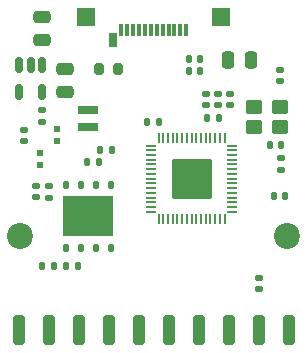
<source format=gts>
G04 #@! TF.GenerationSoftware,KiCad,Pcbnew,9.0.4*
G04 #@! TF.CreationDate,2025-08-29T17:47:37+02:00*
G04 #@! TF.ProjectId,rp2350_gpio_card,72703233-3530-45f6-9770-696f5f636172,X1*
G04 #@! TF.SameCoordinates,Original*
G04 #@! TF.FileFunction,Soldermask,Top*
G04 #@! TF.FilePolarity,Negative*
%FSLAX46Y46*%
G04 Gerber Fmt 4.6, Leading zero omitted, Abs format (unit mm)*
G04 Created by KiCad (PCBNEW 9.0.4) date 2025-08-29 17:47:37*
%MOMM*%
%LPD*%
G01*
G04 APERTURE LIST*
G04 Aperture macros list*
%AMRoundRect*
0 Rectangle with rounded corners*
0 $1 Rounding radius*
0 $2 $3 $4 $5 $6 $7 $8 $9 X,Y pos of 4 corners*
0 Add a 4 corners polygon primitive as box body*
4,1,4,$2,$3,$4,$5,$6,$7,$8,$9,$2,$3,0*
0 Add four circle primitives for the rounded corners*
1,1,$1+$1,$2,$3*
1,1,$1+$1,$4,$5*
1,1,$1+$1,$6,$7*
1,1,$1+$1,$8,$9*
0 Add four rect primitives between the rounded corners*
20,1,$1+$1,$2,$3,$4,$5,0*
20,1,$1+$1,$4,$5,$6,$7,0*
20,1,$1+$1,$6,$7,$8,$9,0*
20,1,$1+$1,$8,$9,$2,$3,0*%
%AMFreePoly0*
4,1,18,-0.437500,0.050000,-0.433694,0.069134,-0.422855,0.085355,-0.406634,0.096194,-0.387500,0.100000,0.387500,0.100000,0.437500,0.050000,0.437500,-0.050000,0.433694,-0.069134,0.422855,-0.085355,0.406634,-0.096194,0.387500,-0.100000,-0.387500,-0.100000,-0.406634,-0.096194,-0.422855,-0.085355,-0.433694,-0.069134,-0.437500,-0.050000,-0.437500,0.050000,-0.437500,0.050000,$1*%
%AMFreePoly1*
4,1,18,-0.437500,0.050000,-0.433694,0.069134,-0.422855,0.085355,-0.406634,0.096194,-0.387500,0.100000,0.387500,0.100000,0.406634,0.096194,0.422855,0.085355,0.433694,0.069134,0.437500,0.050000,0.437500,-0.050000,0.387500,-0.100000,-0.387500,-0.100000,-0.406634,-0.096194,-0.422855,-0.085355,-0.433694,-0.069134,-0.437500,-0.050000,-0.437500,0.050000,-0.437500,0.050000,$1*%
%AMFreePoly2*
4,1,18,-0.100000,0.387500,-0.050000,0.437500,0.050000,0.437500,0.069134,0.433694,0.085355,0.422855,0.096194,0.406634,0.100000,0.387500,0.100000,-0.387500,0.096194,-0.406634,0.085355,-0.422855,0.069134,-0.433694,0.050000,-0.437500,-0.050000,-0.437500,-0.069134,-0.433694,-0.085355,-0.422855,-0.096194,-0.406634,-0.100000,-0.387500,-0.100000,0.387500,-0.100000,0.387500,$1*%
%AMFreePoly3*
4,1,18,-0.100000,0.387500,-0.096194,0.406634,-0.085355,0.422855,-0.069134,0.433694,-0.050000,0.437500,0.050000,0.437500,0.100000,0.387500,0.100000,-0.387500,0.096194,-0.406634,0.085355,-0.422855,0.069134,-0.433694,0.050000,-0.437500,-0.050000,-0.437500,-0.069134,-0.433694,-0.085355,-0.422855,-0.096194,-0.406634,-0.100000,-0.387500,-0.100000,0.387500,-0.100000,0.387500,$1*%
%AMFreePoly4*
4,1,18,-0.437500,0.050000,-0.433694,0.069134,-0.422855,0.085355,-0.406634,0.096194,-0.387500,0.100000,0.387500,0.100000,0.406634,0.096194,0.422855,0.085355,0.433694,0.069134,0.437500,0.050000,0.437500,-0.050000,0.433694,-0.069134,0.422855,-0.085355,0.406634,-0.096194,0.387500,-0.100000,-0.387500,-0.100000,-0.437500,-0.050000,-0.437500,0.050000,-0.437500,0.050000,$1*%
%AMFreePoly5*
4,1,18,-0.437500,0.050000,-0.387500,0.100000,0.387500,0.100000,0.406634,0.096194,0.422855,0.085355,0.433694,0.069134,0.437500,0.050000,0.437500,-0.050000,0.433694,-0.069134,0.422855,-0.085355,0.406634,-0.096194,0.387500,-0.100000,-0.387500,-0.100000,-0.406634,-0.096194,-0.422855,-0.085355,-0.433694,-0.069134,-0.437500,-0.050000,-0.437500,0.050000,-0.437500,0.050000,$1*%
%AMFreePoly6*
4,1,18,-0.100000,0.387500,-0.096194,0.406634,-0.085355,0.422855,-0.069134,0.433694,-0.050000,0.437500,0.050000,0.437500,0.069134,0.433694,0.085355,0.422855,0.096194,0.406634,0.100000,0.387500,0.100000,-0.387500,0.050000,-0.437500,-0.050000,-0.437500,-0.069134,-0.433694,-0.085355,-0.422855,-0.096194,-0.406634,-0.100000,-0.387500,-0.100000,0.387500,-0.100000,0.387500,$1*%
%AMFreePoly7*
4,1,18,-0.100000,0.387500,-0.096194,0.406634,-0.085355,0.422855,-0.069134,0.433694,-0.050000,0.437500,0.050000,0.437500,0.069134,0.433694,0.085355,0.422855,0.096194,0.406634,0.100000,0.387500,0.100000,-0.387500,0.096194,-0.406634,0.085355,-0.422855,0.069134,-0.433694,0.050000,-0.437500,-0.050000,-0.437500,-0.100000,-0.387500,-0.100000,0.387500,-0.100000,0.387500,$1*%
G04 Aperture macros list end*
%ADD10RoundRect,0.200000X0.200000X0.275000X-0.200000X0.275000X-0.200000X-0.275000X0.200000X-0.275000X0*%
%ADD11R,0.380000X1.000000*%
%ADD12R,0.700000X1.150000*%
%ADD13C,2.200000*%
%ADD14R,1.500000X1.500000*%
%ADD15RoundRect,0.135000X0.185000X-0.135000X0.185000X0.135000X-0.185000X0.135000X-0.185000X-0.135000X0*%
%ADD16RoundRect,0.250000X0.475000X-0.250000X0.475000X0.250000X-0.475000X0.250000X-0.475000X-0.250000X0*%
%ADD17RoundRect,0.135000X-0.185000X0.135000X-0.185000X-0.135000X0.185000X-0.135000X0.185000X0.135000X0*%
%ADD18RoundRect,0.250000X0.450000X0.350000X-0.450000X0.350000X-0.450000X-0.350000X0.450000X-0.350000X0*%
%ADD19R,0.530000X0.470000*%
%ADD20RoundRect,0.140000X0.140000X0.170000X-0.140000X0.170000X-0.140000X-0.170000X0.140000X-0.170000X0*%
%ADD21RoundRect,0.250000X-0.250000X-0.475000X0.250000X-0.475000X0.250000X0.475000X-0.250000X0.475000X0*%
%ADD22RoundRect,0.140000X-0.140000X-0.170000X0.140000X-0.170000X0.140000X0.170000X-0.140000X0.170000X0*%
%ADD23RoundRect,0.140000X-0.170000X0.140000X-0.170000X-0.140000X0.170000X-0.140000X0.170000X0.140000X0*%
%ADD24RoundRect,0.250000X-0.250000X1.000000X-0.250000X-1.000000X0.250000X-1.000000X0.250000X1.000000X0*%
%ADD25RoundRect,0.135000X-0.135000X-0.185000X0.135000X-0.185000X0.135000X0.185000X-0.135000X0.185000X0*%
%ADD26RoundRect,0.150000X-0.150000X0.512500X-0.150000X-0.512500X0.150000X-0.512500X0.150000X0.512500X0*%
%ADD27RoundRect,0.140000X0.170000X-0.140000X0.170000X0.140000X-0.170000X0.140000X-0.170000X-0.140000X0*%
%ADD28RoundRect,0.125000X0.125000X-0.250000X0.125000X0.250000X-0.125000X0.250000X-0.125000X-0.250000X0*%
%ADD29R,4.300000X3.400000*%
%ADD30RoundRect,0.135000X0.135000X0.185000X-0.135000X0.185000X-0.135000X-0.185000X0.135000X-0.185000X0*%
%ADD31FreePoly0,90.000000*%
%ADD32RoundRect,0.050000X0.050000X-0.387500X0.050000X0.387500X-0.050000X0.387500X-0.050000X-0.387500X0*%
%ADD33FreePoly1,90.000000*%
%ADD34FreePoly2,90.000000*%
%ADD35RoundRect,0.050000X0.387500X-0.050000X0.387500X0.050000X-0.387500X0.050000X-0.387500X-0.050000X0*%
%ADD36FreePoly3,90.000000*%
%ADD37FreePoly4,90.000000*%
%ADD38FreePoly5,90.000000*%
%ADD39FreePoly6,90.000000*%
%ADD40FreePoly7,90.000000*%
%ADD41RoundRect,0.153000X1.547000X1.547000X-1.547000X1.547000X-1.547000X-1.547000X1.547000X-1.547000X0*%
%ADD42R,1.700000X0.700000*%
G04 APERTURE END LIST*
D10*
G04 #@! TO.C,R4*
X100530183Y-57546434D03*
X98880183Y-57546434D03*
G04 #@! TD*
D11*
G04 #@! TO.C,P1*
X100805183Y-54186434D03*
X101305183Y-54186434D03*
X101805183Y-54186434D03*
X102305183Y-54186434D03*
X102805183Y-54186434D03*
X103305183Y-54186434D03*
X103805183Y-54186434D03*
X104305183Y-54186434D03*
X104805183Y-54186434D03*
X105305183Y-54186434D03*
X105805183Y-54186434D03*
X106305183Y-54186434D03*
D12*
X100135183Y-55026434D03*
G04 #@! TD*
D13*
G04 #@! TO.C,H1*
X92255183Y-71646434D03*
G04 #@! TD*
G04 #@! TO.C,H2*
X114855183Y-71646434D03*
G04 #@! TD*
D14*
G04 #@! TO.C,TP1*
X97855183Y-53146434D03*
G04 #@! TD*
G04 #@! TO.C,TP2*
X109255183Y-53146434D03*
G04 #@! TD*
D15*
G04 #@! TO.C,R8*
X114300000Y-66110000D03*
X114300000Y-65090000D03*
G04 #@! TD*
D16*
G04 #@! TO.C,C19*
X94055183Y-55046434D03*
X94055183Y-53146434D03*
G04 #@! TD*
D17*
G04 #@! TO.C,R5*
X94700000Y-67390000D03*
X94700000Y-68410000D03*
G04 #@! TD*
D18*
G04 #@! TO.C,Y1*
X114235183Y-60726434D03*
X112035183Y-60726434D03*
X112035183Y-62426434D03*
X114235183Y-62426434D03*
G04 #@! TD*
D19*
G04 #@! TO.C,C1*
X93905000Y-65635000D03*
X93905000Y-64605000D03*
G04 #@! TD*
D20*
G04 #@! TO.C,C9*
X107480000Y-57700000D03*
X106520000Y-57700000D03*
G04 #@! TD*
D21*
G04 #@! TO.C,C2*
X109855183Y-56746434D03*
X111755183Y-56746434D03*
G04 #@! TD*
D22*
G04 #@! TO.C,C10*
X108075183Y-61646434D03*
X109035183Y-61646434D03*
G04 #@! TD*
D23*
G04 #@! TO.C,C17*
X93600000Y-67420000D03*
X93600000Y-68380000D03*
G04 #@! TD*
D24*
G04 #@! TO.C,J2*
X114985183Y-79600000D03*
X112445183Y-79600000D03*
X109905183Y-79600000D03*
X107365183Y-79600000D03*
X104825183Y-79600000D03*
X102285183Y-79600000D03*
X99745183Y-79600000D03*
X97205183Y-79600000D03*
X94665183Y-79600000D03*
X92125183Y-79600000D03*
G04 #@! TD*
D20*
G04 #@! TO.C,C8*
X103980000Y-62000000D03*
X103020000Y-62000000D03*
G04 #@! TD*
D19*
G04 #@! TO.C,C3*
X95400000Y-62585000D03*
X95400000Y-63615000D03*
G04 #@! TD*
D23*
G04 #@! TO.C,C5*
X92605000Y-62640000D03*
X92605000Y-63600000D03*
G04 #@! TD*
D25*
G04 #@! TO.C,R3*
X98990000Y-64400000D03*
X100010000Y-64400000D03*
G04 #@! TD*
D26*
G04 #@! TO.C,U4*
X94067683Y-57208934D03*
X93117683Y-57208934D03*
X92167683Y-57208934D03*
X92167683Y-59483934D03*
X94067683Y-59483934D03*
G04 #@! TD*
D17*
G04 #@! TO.C,R1*
X94100000Y-60990000D03*
X94100000Y-62010000D03*
G04 #@! TD*
D25*
G04 #@! TO.C,R7*
X94090000Y-74200000D03*
X95110000Y-74200000D03*
G04 #@! TD*
D27*
G04 #@! TO.C,C15*
X114235183Y-58526434D03*
X114235183Y-57566434D03*
G04 #@! TD*
D25*
G04 #@! TO.C,R2*
X97890000Y-65400000D03*
X98910000Y-65400000D03*
G04 #@! TD*
D16*
G04 #@! TO.C,C21*
X96005183Y-59446434D03*
X96005183Y-57546434D03*
G04 #@! TD*
D22*
G04 #@! TO.C,C12*
X113720000Y-68300000D03*
X114680000Y-68300000D03*
G04 #@! TD*
D27*
G04 #@! TO.C,C4*
X110005183Y-60576434D03*
X110005183Y-59616434D03*
G04 #@! TD*
D28*
G04 #@! TO.C,U2*
X96100183Y-72696434D03*
X97370183Y-72696434D03*
X98640183Y-72696434D03*
X99910183Y-72696434D03*
X99910183Y-67296434D03*
X98640183Y-67296434D03*
X97370183Y-67296434D03*
X96100183Y-67296434D03*
D29*
X98005183Y-69996434D03*
G04 #@! TD*
D27*
G04 #@! TO.C,C6*
X109005183Y-60576434D03*
X109005183Y-59616434D03*
G04 #@! TD*
G04 #@! TO.C,C7*
X108005183Y-60576434D03*
X108005183Y-59616434D03*
G04 #@! TD*
G04 #@! TO.C,C13*
X112455183Y-76176434D03*
X112455183Y-75216434D03*
G04 #@! TD*
D30*
G04 #@! TO.C,R6*
X97120000Y-74200000D03*
X96100000Y-74200000D03*
G04 #@! TD*
D20*
G04 #@! TO.C,C14*
X107480000Y-56700000D03*
X106520000Y-56700000D03*
G04 #@! TD*
D22*
G04 #@! TO.C,C16*
X113405183Y-63956434D03*
X114365183Y-63956434D03*
G04 #@! TD*
D31*
G04 #@! TO.C,U1*
X103955183Y-70233934D03*
D32*
X104355183Y-70233934D03*
X104755183Y-70233934D03*
X105155183Y-70233934D03*
X105555183Y-70233934D03*
X105955183Y-70233934D03*
X106355183Y-70233934D03*
X106755183Y-70233934D03*
X107155183Y-70233934D03*
X107555183Y-70233934D03*
X107955183Y-70233934D03*
X108355183Y-70233934D03*
X108755183Y-70233934D03*
X109155183Y-70233934D03*
D33*
X109555183Y-70233934D03*
D34*
X110192683Y-69596434D03*
D35*
X110192683Y-69196434D03*
X110192683Y-68796434D03*
X110192683Y-68396434D03*
X110192683Y-67996434D03*
X110192683Y-67596434D03*
X110192683Y-67196434D03*
X110192683Y-66796434D03*
X110192683Y-66396434D03*
X110192683Y-65996434D03*
X110192683Y-65596434D03*
X110192683Y-65196434D03*
X110192683Y-64796434D03*
X110192683Y-64396434D03*
D36*
X110192683Y-63996434D03*
D37*
X109555183Y-63358934D03*
D32*
X109155183Y-63358934D03*
X108755183Y-63358934D03*
X108355183Y-63358934D03*
X107955183Y-63358934D03*
X107555183Y-63358934D03*
X107155183Y-63358934D03*
X106755183Y-63358934D03*
X106355183Y-63358934D03*
X105955183Y-63358934D03*
X105555183Y-63358934D03*
X105155183Y-63358934D03*
X104755183Y-63358934D03*
X104355183Y-63358934D03*
D38*
X103955183Y-63358934D03*
D39*
X103317683Y-63996434D03*
D35*
X103317683Y-64396434D03*
X103317683Y-64796434D03*
X103317683Y-65196434D03*
X103317683Y-65596434D03*
X103317683Y-65996434D03*
X103317683Y-66396434D03*
X103317683Y-66796434D03*
X103317683Y-67196434D03*
X103317683Y-67596434D03*
X103317683Y-67996434D03*
X103317683Y-68396434D03*
X103317683Y-68796434D03*
X103317683Y-69196434D03*
D40*
X103317683Y-69596434D03*
D41*
X106755183Y-66796434D03*
G04 #@! TD*
D42*
G04 #@! TO.C,L1*
X98018156Y-62400000D03*
X98018156Y-61000000D03*
G04 #@! TD*
M02*

</source>
